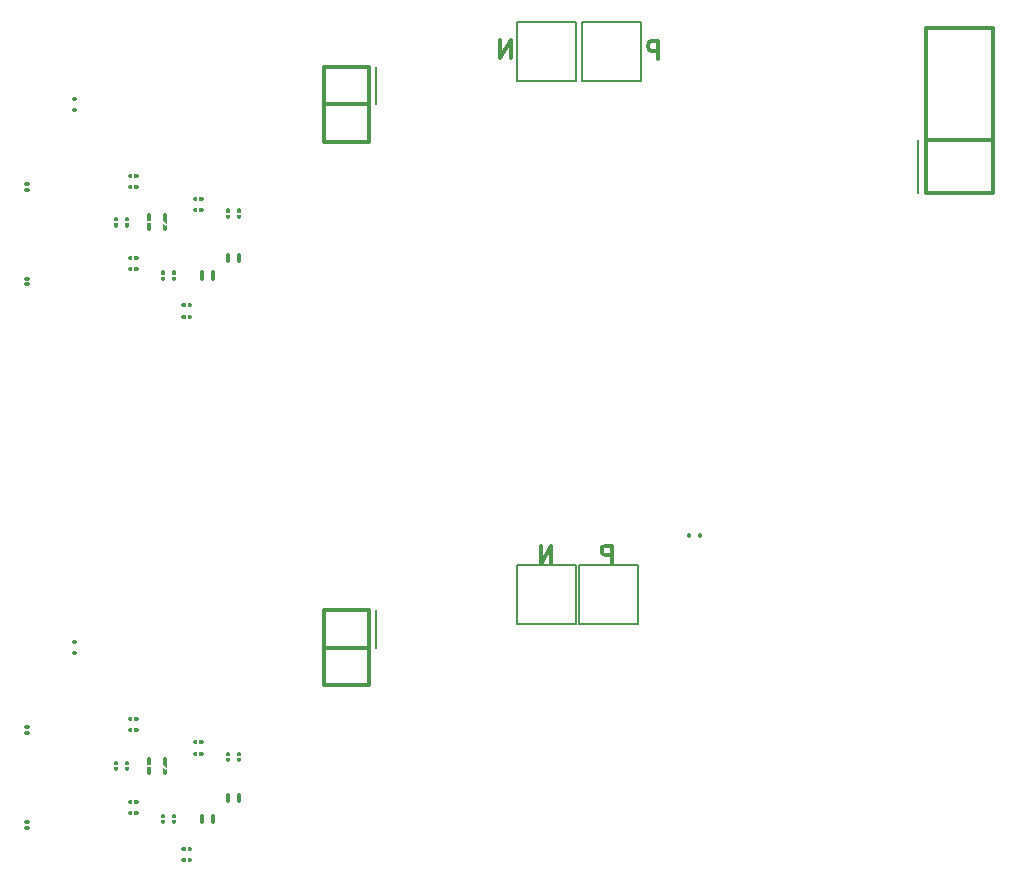
<source format=gbo>
G04 #@! TF.FileFunction,Legend,Bot*
%FSLAX46Y46*%
G04 Gerber Fmt 4.6, Leading zero omitted, Abs format (unit mm)*
G04 Created by KiCad (PCBNEW (after 2015-may-01 BZR unknown)-product) date Sat 23 May 2015 10:21:05 PM EDT*
%MOMM*%
G01*
G04 APERTURE LIST*
%ADD10C,0.100000*%
%ADD11C,0.300000*%
%ADD12C,0.350000*%
%ADD13C,0.150000*%
%ADD14C,0.200000*%
%ADD15C,0.800000*%
%ADD16C,1.500000*%
%ADD17R,1.450000X0.950000*%
%ADD18R,1.500000X1.500000*%
%ADD19O,1.500000X2.500000*%
%ADD20O,1.500000X1.500000*%
%ADD21C,1.300000*%
%ADD22R,2.286000X1.524000*%
%ADD23O,2.286000X1.524000*%
%ADD24R,1.800000X1.200000*%
%ADD25R,1.150000X1.450000*%
%ADD26R,2.200000X0.750000*%
%ADD27R,0.600000X0.650000*%
%ADD28R,0.650000X0.600000*%
%ADD29R,1.450000X1.150000*%
%ADD30C,3.200000*%
%ADD31R,1.050000X2.200000*%
%ADD32R,1.000000X1.050000*%
%ADD33O,2.500000X1.500000*%
%ADD34R,0.950000X1.450000*%
%ADD35R,0.850000X1.000000*%
%ADD36C,2.500000*%
%ADD37C,1.200000*%
%ADD38R,0.600000X0.600000*%
%ADD39C,0.254000*%
G04 APERTURE END LIST*
D10*
D11*
X120428571Y-22078571D02*
X120428571Y-20578571D01*
X119571428Y-22078571D01*
X119571428Y-20578571D01*
X132892857Y-22178571D02*
X132892857Y-20678571D01*
X132321429Y-20678571D01*
X132178571Y-20750000D01*
X132107143Y-20821429D01*
X132035714Y-20964286D01*
X132035714Y-21178571D01*
X132107143Y-21321429D01*
X132178571Y-21392857D01*
X132321429Y-21464286D01*
X132892857Y-21464286D01*
X123828571Y-64878571D02*
X123828571Y-63378571D01*
X122971428Y-64878571D01*
X122971428Y-63378571D01*
X128992857Y-64878571D02*
X128992857Y-63378571D01*
X128421429Y-63378571D01*
X128278571Y-63450000D01*
X128207143Y-63521429D01*
X128135714Y-63664286D01*
X128135714Y-63878571D01*
X128207143Y-64021429D01*
X128278571Y-64092857D01*
X128421429Y-64164286D01*
X128992857Y-64164286D01*
D12*
X94279000Y-40771000D02*
X94279000Y-40229000D01*
X94279000Y-40229000D02*
X94279000Y-40771000D01*
X95221000Y-40771000D02*
X95221000Y-40229000D01*
X95221000Y-40229000D02*
X95221000Y-40771000D01*
X91146000Y-81404000D02*
X91146000Y-82596000D01*
X91146000Y-82596000D02*
X91146000Y-81404000D01*
X89854000Y-81404000D02*
X89854000Y-82596000D01*
X89854000Y-82596000D02*
X89854000Y-81404000D01*
X83571000Y-72471000D02*
X83429000Y-72471000D01*
X83429000Y-72471000D02*
X83571000Y-72471000D01*
X83571000Y-71529000D02*
X83429000Y-71529000D01*
X83429000Y-71529000D02*
X83571000Y-71529000D01*
X135529000Y-62571000D02*
X135529000Y-62429000D01*
X135529000Y-62429000D02*
X135529000Y-62571000D01*
X136471000Y-62571000D02*
X136471000Y-62429000D01*
X136471000Y-62429000D02*
X136471000Y-62571000D01*
X91146000Y-35404000D02*
X91146000Y-36596000D01*
X91146000Y-36596000D02*
X91146000Y-35404000D01*
X89854000Y-35404000D02*
X89854000Y-36596000D01*
X89854000Y-36596000D02*
X89854000Y-35404000D01*
X83571000Y-26471000D02*
X83429000Y-26471000D01*
X83429000Y-26471000D02*
X83571000Y-26471000D01*
X83571000Y-25529000D02*
X83429000Y-25529000D01*
X83429000Y-25529000D02*
X83571000Y-25529000D01*
X104595000Y-22825000D02*
X104595000Y-29175000D01*
X104595000Y-29175000D02*
X108405000Y-29175000D01*
X108405000Y-29175000D02*
X108405000Y-22825000D01*
X108405000Y-22825000D02*
X104595000Y-22825000D01*
X104595000Y-26000000D02*
X108405000Y-26000000D01*
D13*
X109040000Y-22825000D02*
X109040000Y-26000000D01*
X126500000Y-24000000D02*
X126500000Y-19000000D01*
X126500000Y-19000000D02*
X131500000Y-19000000D01*
X131500000Y-19000000D02*
X131500000Y-24000000D01*
X131500000Y-24000000D02*
X126500000Y-24000000D01*
X121000000Y-24000000D02*
X121000000Y-19000000D01*
X121000000Y-19000000D02*
X126000000Y-19000000D01*
X126000000Y-19000000D02*
X126000000Y-24000000D01*
X126000000Y-24000000D02*
X121000000Y-24000000D01*
D12*
X104595000Y-68825000D02*
X104595000Y-75175000D01*
X104595000Y-75175000D02*
X108405000Y-75175000D01*
X108405000Y-75175000D02*
X108405000Y-68825000D01*
X108405000Y-68825000D02*
X104595000Y-68825000D01*
X104595000Y-72000000D02*
X108405000Y-72000000D01*
D13*
X109040000Y-68825000D02*
X109040000Y-72000000D01*
X126250000Y-70000000D02*
X126250000Y-65000000D01*
X126250000Y-65000000D02*
X131250000Y-65000000D01*
X131250000Y-65000000D02*
X131250000Y-70000000D01*
X131250000Y-70000000D02*
X126250000Y-70000000D01*
X121000000Y-70000000D02*
X121000000Y-65000000D01*
X121000000Y-65000000D02*
X126000000Y-65000000D01*
X126000000Y-65000000D02*
X126000000Y-70000000D01*
X126000000Y-70000000D02*
X121000000Y-70000000D01*
D12*
X161310000Y-33485000D02*
X161310000Y-19515000D01*
X161310000Y-19515000D02*
X155595000Y-19515000D01*
X155595000Y-19515000D02*
X155595000Y-33485000D01*
X155595000Y-33485000D02*
X161310000Y-33485000D01*
X161310000Y-29040000D02*
X155595000Y-29040000D01*
D13*
X154960000Y-33485000D02*
X154960000Y-29040000D01*
D12*
X88229000Y-85029000D02*
X88771000Y-85029000D01*
X88771000Y-85029000D02*
X88229000Y-85029000D01*
X88229000Y-85971000D02*
X88771000Y-85971000D01*
X88771000Y-85971000D02*
X88229000Y-85971000D01*
X87971000Y-81729000D02*
X87971000Y-82271000D01*
X87971000Y-82271000D02*
X87971000Y-81729000D01*
X87029000Y-81729000D02*
X87029000Y-82271000D01*
X87029000Y-82271000D02*
X87029000Y-81729000D01*
X88771000Y-78971000D02*
X88229000Y-78971000D01*
X88229000Y-78971000D02*
X88771000Y-78971000D01*
X88771000Y-78029000D02*
X88229000Y-78029000D01*
X88229000Y-78029000D02*
X88771000Y-78029000D01*
X91971000Y-86229000D02*
X91971000Y-86771000D01*
X91971000Y-86771000D02*
X91971000Y-86229000D01*
X91029000Y-86229000D02*
X91029000Y-86771000D01*
X91029000Y-86771000D02*
X91029000Y-86229000D01*
X93729000Y-80029000D02*
X94271000Y-80029000D01*
X94271000Y-80029000D02*
X93729000Y-80029000D01*
X93729000Y-80971000D02*
X94271000Y-80971000D01*
X94271000Y-80971000D02*
X93729000Y-80971000D01*
X79571000Y-79246000D02*
X79429000Y-79246000D01*
X79429000Y-79246000D02*
X79571000Y-79246000D01*
X79571000Y-78754000D02*
X79429000Y-78754000D01*
X79429000Y-78754000D02*
X79571000Y-78754000D01*
X92729000Y-89029000D02*
X93271000Y-89029000D01*
X93271000Y-89029000D02*
X92729000Y-89029000D01*
X92729000Y-89971000D02*
X93271000Y-89971000D01*
X93271000Y-89971000D02*
X92729000Y-89971000D01*
X97471000Y-80979000D02*
X97471000Y-81521000D01*
X97471000Y-81521000D02*
X97471000Y-80979000D01*
X96529000Y-80979000D02*
X96529000Y-81521000D01*
X96529000Y-81521000D02*
X96529000Y-80979000D01*
X94279000Y-86771000D02*
X94279000Y-86229000D01*
X94279000Y-86229000D02*
X94279000Y-86771000D01*
X95221000Y-86771000D02*
X95221000Y-86229000D01*
X95221000Y-86229000D02*
X95221000Y-86771000D01*
X79571000Y-87246000D02*
X79429000Y-87246000D01*
X79429000Y-87246000D02*
X79571000Y-87246000D01*
X79571000Y-86754000D02*
X79429000Y-86754000D01*
X79429000Y-86754000D02*
X79571000Y-86754000D01*
X97471000Y-84479000D02*
X97471000Y-85021000D01*
X97471000Y-85021000D02*
X97471000Y-84479000D01*
X96529000Y-84479000D02*
X96529000Y-85021000D01*
X96529000Y-85021000D02*
X96529000Y-84479000D01*
X88229000Y-39029000D02*
X88771000Y-39029000D01*
X88771000Y-39029000D02*
X88229000Y-39029000D01*
X88229000Y-39971000D02*
X88771000Y-39971000D01*
X88771000Y-39971000D02*
X88229000Y-39971000D01*
X87971000Y-35729000D02*
X87971000Y-36271000D01*
X87971000Y-36271000D02*
X87971000Y-35729000D01*
X87029000Y-35729000D02*
X87029000Y-36271000D01*
X87029000Y-36271000D02*
X87029000Y-35729000D01*
X88771000Y-32971000D02*
X88229000Y-32971000D01*
X88229000Y-32971000D02*
X88771000Y-32971000D01*
X88771000Y-32029000D02*
X88229000Y-32029000D01*
X88229000Y-32029000D02*
X88771000Y-32029000D01*
X91971000Y-40229000D02*
X91971000Y-40771000D01*
X91971000Y-40771000D02*
X91971000Y-40229000D01*
X91029000Y-40229000D02*
X91029000Y-40771000D01*
X91029000Y-40771000D02*
X91029000Y-40229000D01*
X93729000Y-34029000D02*
X94271000Y-34029000D01*
X94271000Y-34029000D02*
X93729000Y-34029000D01*
X93729000Y-34971000D02*
X94271000Y-34971000D01*
X94271000Y-34971000D02*
X93729000Y-34971000D01*
X79571000Y-33246000D02*
X79429000Y-33246000D01*
X79429000Y-33246000D02*
X79571000Y-33246000D01*
X79571000Y-32754000D02*
X79429000Y-32754000D01*
X79429000Y-32754000D02*
X79571000Y-32754000D01*
X92729000Y-43029000D02*
X93271000Y-43029000D01*
X93271000Y-43029000D02*
X92729000Y-43029000D01*
X92729000Y-43971000D02*
X93271000Y-43971000D01*
X93271000Y-43971000D02*
X92729000Y-43971000D01*
X97471000Y-34979000D02*
X97471000Y-35521000D01*
X97471000Y-35521000D02*
X97471000Y-34979000D01*
X96529000Y-34979000D02*
X96529000Y-35521000D01*
X96529000Y-35521000D02*
X96529000Y-34979000D01*
X79571000Y-41246000D02*
X79429000Y-41246000D01*
X79429000Y-41246000D02*
X79571000Y-41246000D01*
X79571000Y-40754000D02*
X79429000Y-40754000D01*
X79429000Y-40754000D02*
X79571000Y-40754000D01*
X97471000Y-38729000D02*
X97471000Y-39271000D01*
X97471000Y-39271000D02*
X97471000Y-38729000D01*
X96529000Y-38729000D02*
X96529000Y-39271000D01*
X96529000Y-39271000D02*
X96529000Y-38729000D01*
%LPC*%
D14*
X116000000Y-88250000D02*
X116000000Y-90000000D01*
X109000000Y-93250000D02*
X109250000Y-93500000D01*
X108750000Y-93250000D02*
X109000000Y-93250000D01*
X105750000Y-93250000D02*
X108750000Y-93250000D01*
X104750000Y-94250000D02*
X105750000Y-93250000D01*
X104750000Y-96250000D02*
X104750000Y-94250000D01*
X105500000Y-97000000D02*
X104750000Y-96250000D01*
X109000000Y-97000000D02*
X105500000Y-97000000D01*
X109250000Y-96750000D02*
X109000000Y-97000000D01*
X109250000Y-93500000D02*
X109250000Y-96750000D01*
X115250000Y-87500000D02*
X116000000Y-88250000D01*
X113750000Y-87500000D02*
X115250000Y-87500000D01*
X113000000Y-88250000D02*
X113750000Y-87500000D01*
X113000000Y-90000000D02*
X113000000Y-88250000D01*
X113500000Y-90500000D02*
X113000000Y-90000000D01*
X115500000Y-90500000D02*
X113500000Y-90500000D01*
X116000000Y-90000000D02*
X115500000Y-90500000D01*
X113000000Y-44000000D02*
X113000000Y-43250000D01*
X113250000Y-44250000D02*
X113000000Y-44000000D01*
X115500000Y-44250000D02*
X113250000Y-44250000D01*
X116000000Y-43750000D02*
X115500000Y-44250000D01*
X116000000Y-42000000D02*
X116000000Y-43750000D01*
X115500000Y-41500000D02*
X116000000Y-42000000D01*
X113500000Y-41500000D02*
X115500000Y-41500000D01*
X113000000Y-42000000D02*
X113500000Y-41500000D01*
X113000000Y-43250000D02*
X113000000Y-42000000D01*
X105000000Y-48000000D02*
X105500000Y-47500000D01*
X105000000Y-50250000D02*
X105000000Y-48000000D01*
X105500000Y-50750000D02*
X105000000Y-50250000D01*
X108500000Y-50750000D02*
X105500000Y-50750000D01*
X109000000Y-50250000D02*
X108500000Y-50750000D01*
X109000000Y-48000000D02*
X109000000Y-50250000D01*
X108500000Y-47500000D02*
X109000000Y-48000000D01*
X105500000Y-47500000D02*
X108500000Y-47500000D01*
X94750000Y-82000000D02*
X94750000Y-84750000D01*
X96250000Y-81250000D02*
X97750000Y-81250000D01*
X95500000Y-82000000D02*
X96250000Y-81250000D01*
X94000000Y-82000000D02*
X95500000Y-82000000D01*
X94000000Y-79500000D02*
X94000000Y-82000000D01*
X91000000Y-82000000D02*
X91250000Y-82250000D01*
X86500000Y-82000000D02*
X91000000Y-82000000D01*
X88500000Y-79500000D02*
X88500000Y-77500000D01*
X88750000Y-79750000D02*
X88500000Y-79500000D01*
X88750000Y-84000000D02*
X88750000Y-79750000D01*
X88500000Y-84250000D02*
X88750000Y-84000000D01*
X88500000Y-87000000D02*
X88500000Y-84250000D01*
X90000000Y-87000000D02*
X88500000Y-87000000D01*
X90500000Y-86500000D02*
X90000000Y-87000000D01*
X93000000Y-86500000D02*
X90500000Y-86500000D01*
X93000000Y-85500000D02*
X93750000Y-85500000D01*
X93000000Y-90500000D02*
X93000000Y-85500000D01*
X88500000Y-33500000D02*
X88500000Y-31750000D01*
X88750000Y-33750000D02*
X88500000Y-33500000D01*
X88750000Y-36000000D02*
X88750000Y-33750000D01*
X96000000Y-35250000D02*
X97750000Y-35250000D01*
X95250000Y-36000000D02*
X96000000Y-35250000D01*
X94750000Y-36000000D02*
X95250000Y-36000000D01*
X94000000Y-36000000D02*
X94000000Y-33750000D01*
X94750000Y-36000000D02*
X94000000Y-36000000D01*
X94750000Y-38750000D02*
X94750000Y-36000000D01*
X93000000Y-40500000D02*
X93000000Y-44500000D01*
X93000000Y-39500000D02*
X93750000Y-39500000D01*
X93000000Y-40500000D02*
X93000000Y-39500000D01*
X90500000Y-40500000D02*
X93000000Y-40500000D01*
X90000000Y-41000000D02*
X90500000Y-40500000D01*
X88500000Y-41000000D02*
X90000000Y-41000000D01*
X88500000Y-38500000D02*
X88500000Y-41000000D01*
X88750000Y-38250000D02*
X88500000Y-38500000D01*
X88750000Y-36000000D02*
X88750000Y-38250000D01*
X91000000Y-36000000D02*
X91250000Y-36250000D01*
X86500000Y-36000000D02*
X91000000Y-36000000D01*
D15*
X130000000Y-36000000D03*
X130500000Y-35500000D03*
X130500000Y-36500000D03*
X129500000Y-36500000D03*
X129500000Y-35500000D03*
X121500000Y-53500000D03*
X121100000Y-53100000D03*
X121900000Y-53100000D03*
X121900000Y-53900000D03*
X121100000Y-53900000D03*
X130000000Y-82000000D03*
X130500000Y-81500000D03*
X130500000Y-82500000D03*
X129500000Y-82500000D03*
X129500000Y-81500000D03*
X121500000Y-99500000D03*
X121100000Y-99100000D03*
X121900000Y-99100000D03*
X121900000Y-99900000D03*
X121100000Y-99900000D03*
D16*
X114500000Y-89000000D03*
X114500000Y-79000000D03*
D17*
X94750000Y-41500000D03*
X94750000Y-39500000D03*
D18*
X100120000Y-94500000D03*
D19*
X95040000Y-94500000D03*
X89960000Y-94500000D03*
D20*
X84880000Y-94500000D03*
D21*
X86000000Y-26000000D03*
X81000000Y-26000000D03*
D22*
X152274000Y-62580000D03*
D23*
X152274000Y-60040000D03*
X152274000Y-57500000D03*
X152274000Y-52420000D03*
X149226000Y-62580000D03*
X149226000Y-60040000D03*
X149226000Y-57500000D03*
X149226000Y-54960000D03*
X149226000Y-52420000D03*
D16*
X114500000Y-43000000D03*
X114500000Y-33000000D03*
D21*
X82000000Y-87000000D03*
X77000000Y-87000000D03*
X86000000Y-72000000D03*
X81000000Y-72000000D03*
X82000000Y-79000000D03*
X77000000Y-79000000D03*
X117000000Y-95000000D03*
X112000000Y-95000000D03*
X117000000Y-49000000D03*
X112000000Y-49000000D03*
X82000000Y-33000000D03*
X77000000Y-33000000D03*
X82000000Y-41000000D03*
X77000000Y-41000000D03*
D24*
X90500000Y-80550000D03*
X90500000Y-83450000D03*
D25*
X84400000Y-72000000D03*
X82600000Y-72000000D03*
D26*
X127500000Y-73050000D03*
X127500000Y-71950000D03*
D27*
X121250000Y-94700000D03*
X121250000Y-93800000D03*
X126500000Y-91100000D03*
X126500000Y-92000000D03*
D28*
X129300000Y-89750000D03*
X130200000Y-89750000D03*
X132450000Y-95000000D03*
X131550000Y-95000000D03*
X121300000Y-82250000D03*
X122200000Y-82250000D03*
X124700000Y-87250000D03*
X123800000Y-87250000D03*
D26*
X124500000Y-71950000D03*
X124500000Y-73050000D03*
D27*
X121250000Y-92450000D03*
X121250000Y-91550000D03*
X126500000Y-93800000D03*
X126500000Y-94700000D03*
D28*
X131550000Y-89750000D03*
X132450000Y-89750000D03*
X130200000Y-95000000D03*
X129300000Y-95000000D03*
X123550000Y-82250000D03*
X124450000Y-82250000D03*
X122450000Y-87250000D03*
X121550000Y-87250000D03*
D29*
X136000000Y-63400000D03*
X136000000Y-61600000D03*
D18*
X158000000Y-97000000D03*
D16*
X158000000Y-99000000D03*
D18*
X158000000Y-71000000D03*
D16*
X158000000Y-73000000D03*
D18*
X146500000Y-41500000D03*
D16*
X146500000Y-43500000D03*
D18*
X139000000Y-29500000D03*
D16*
X139000000Y-31500000D03*
D24*
X90500000Y-34550000D03*
X90500000Y-37450000D03*
D25*
X84400000Y-26000000D03*
X82600000Y-26000000D03*
D26*
X127500000Y-27050000D03*
X127500000Y-25950000D03*
D27*
X121000000Y-48950000D03*
X121000000Y-48050000D03*
X126250000Y-45700000D03*
X126250000Y-44800000D03*
D28*
X132950000Y-49000000D03*
X132050000Y-49000000D03*
X129300000Y-43500000D03*
X130200000Y-43500000D03*
X124550000Y-41500000D03*
X125450000Y-41500000D03*
X121300000Y-36000000D03*
X122200000Y-36000000D03*
D26*
X124500000Y-25950000D03*
X124500000Y-27050000D03*
D27*
X121000000Y-46450000D03*
X121000000Y-45550000D03*
X126250000Y-48950000D03*
X126250000Y-48050000D03*
D28*
X130500000Y-49000000D03*
X129600000Y-49000000D03*
X131550000Y-43500000D03*
X132450000Y-43500000D03*
X122950000Y-41500000D03*
X122050000Y-41500000D03*
X123800000Y-36000000D03*
X124700000Y-36000000D03*
D22*
X106500000Y-24730000D03*
D23*
X106500000Y-27270000D03*
D16*
X75000000Y-46000000D03*
X75000000Y-48540000D03*
D30*
X69920000Y-40920000D03*
X69920000Y-51080000D03*
D31*
X127525000Y-21500000D03*
X130475000Y-21500000D03*
D32*
X129000000Y-23025000D03*
D31*
X122025000Y-21500000D03*
X124975000Y-21500000D03*
D32*
X123500000Y-23025000D03*
D22*
X106500000Y-70730000D03*
D23*
X106500000Y-73270000D03*
D16*
X75000000Y-92000000D03*
X75000000Y-94540000D03*
D30*
X69920000Y-86920000D03*
X69920000Y-97080000D03*
D31*
X127275000Y-67500000D03*
X130225000Y-67500000D03*
D32*
X128750000Y-69025000D03*
D31*
X122025000Y-67500000D03*
X124975000Y-67500000D03*
D32*
X123500000Y-69025000D03*
D22*
X157500000Y-30310000D03*
D23*
X157500000Y-27770000D03*
X157500000Y-25230000D03*
X157500000Y-22690000D03*
D18*
X107000000Y-95120000D03*
D33*
X107000000Y-90040000D03*
X107000000Y-84960000D03*
D20*
X107000000Y-79880000D03*
D18*
X107000000Y-49120000D03*
D33*
X107000000Y-44040000D03*
X107000000Y-38960000D03*
D20*
X107000000Y-33880000D03*
D18*
X100120000Y-48500000D03*
D19*
X95040000Y-48500000D03*
X89960000Y-48500000D03*
D20*
X84880000Y-48500000D03*
D34*
X87500000Y-85500000D03*
X89500000Y-85500000D03*
D17*
X87500000Y-81000000D03*
X87500000Y-83000000D03*
D34*
X89500000Y-78500000D03*
X87500000Y-78500000D03*
D17*
X91500000Y-85500000D03*
X91500000Y-87500000D03*
D34*
X93000000Y-80500000D03*
X95000000Y-80500000D03*
D35*
X80250000Y-79000000D03*
X78750000Y-79000000D03*
D34*
X92000000Y-89500000D03*
X94000000Y-89500000D03*
D17*
X97000000Y-80250000D03*
X97000000Y-82250000D03*
X94750000Y-87500000D03*
X94750000Y-85500000D03*
D35*
X80250000Y-87000000D03*
X78750000Y-87000000D03*
D17*
X97000000Y-83750000D03*
X97000000Y-85750000D03*
D34*
X87500000Y-39500000D03*
X89500000Y-39500000D03*
D17*
X87500000Y-35000000D03*
X87500000Y-37000000D03*
D34*
X89500000Y-32500000D03*
X87500000Y-32500000D03*
D17*
X91500000Y-39500000D03*
X91500000Y-41500000D03*
D34*
X93000000Y-34500000D03*
X95000000Y-34500000D03*
D35*
X80250000Y-33000000D03*
X78750000Y-33000000D03*
D34*
X92000000Y-43500000D03*
X94000000Y-43500000D03*
D17*
X97000000Y-34250000D03*
X97000000Y-36250000D03*
D35*
X80250000Y-41000000D03*
X78750000Y-41000000D03*
D17*
X97000000Y-38000000D03*
X97000000Y-40000000D03*
D36*
X158160000Y-105000000D03*
X137840000Y-105000000D03*
D37*
X140000000Y-52000000D03*
D18*
X157000000Y-41749940D03*
D16*
X157000000Y-45250060D03*
D18*
X137500000Y-21249940D03*
D16*
X137500000Y-24750060D03*
D28*
X135400000Y-65000000D03*
X134500000Y-65000000D03*
D27*
X137750000Y-62900000D03*
X137750000Y-62000000D03*
D28*
X130350000Y-56000000D03*
X131250000Y-56000000D03*
D38*
X143500000Y-88550000D03*
X143500000Y-89450000D03*
X144250000Y-91100000D03*
X144250000Y-92000000D03*
X142750000Y-91100000D03*
X142750000Y-92000000D03*
X145250000Y-88550000D03*
X145250000Y-89450000D03*
D39*
G36*
X132123000Y-118373000D02*
X97877000Y-118373000D01*
X97877000Y-117750000D01*
X97877000Y-112627000D01*
X132123000Y-112627000D01*
X132123000Y-118373000D01*
X132123000Y-118373000D01*
G37*
X132123000Y-118373000D02*
X97877000Y-118373000D01*
X97877000Y-117750000D01*
X97877000Y-112627000D01*
X132123000Y-112627000D01*
X132123000Y-118373000D01*
G36*
X84873000Y-21373000D02*
X76377000Y-21373000D01*
X76377000Y-18627000D01*
X84873000Y-18627000D01*
X84873000Y-21373000D01*
X84873000Y-21373000D01*
G37*
X84873000Y-21373000D02*
X76377000Y-21373000D01*
X76377000Y-18627000D01*
X84873000Y-18627000D01*
X84873000Y-21373000D01*
M02*

</source>
